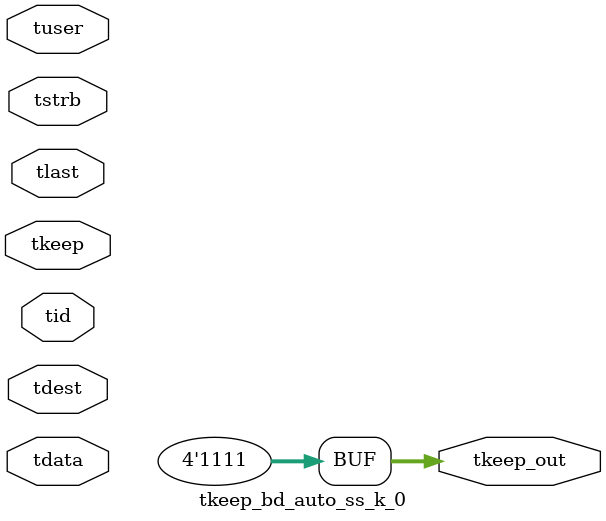
<source format=v>


`timescale 1ps/1ps

module tkeep_bd_auto_ss_k_0 #
(
parameter C_S_AXIS_TDATA_WIDTH = 32,
parameter C_S_AXIS_TUSER_WIDTH = 0,
parameter C_S_AXIS_TID_WIDTH   = 0,
parameter C_S_AXIS_TDEST_WIDTH = 0,
parameter C_M_AXIS_TDATA_WIDTH = 32
)
(
input  [(C_S_AXIS_TDATA_WIDTH == 0 ? 1 : C_S_AXIS_TDATA_WIDTH)-1:0     ] tdata,
input  [(C_S_AXIS_TUSER_WIDTH == 0 ? 1 : C_S_AXIS_TUSER_WIDTH)-1:0     ] tuser,
input  [(C_S_AXIS_TID_WIDTH   == 0 ? 1 : C_S_AXIS_TID_WIDTH)-1:0       ] tid,
input  [(C_S_AXIS_TDEST_WIDTH == 0 ? 1 : C_S_AXIS_TDEST_WIDTH)-1:0     ] tdest,
input  [(C_S_AXIS_TDATA_WIDTH/8)-1:0 ] tkeep,
input  [(C_S_AXIS_TDATA_WIDTH/8)-1:0 ] tstrb,
input                                                                    tlast,
output [(C_M_AXIS_TDATA_WIDTH/8)-1:0 ] tkeep_out
);

assign tkeep_out = {4'b1111};

endmodule


</source>
